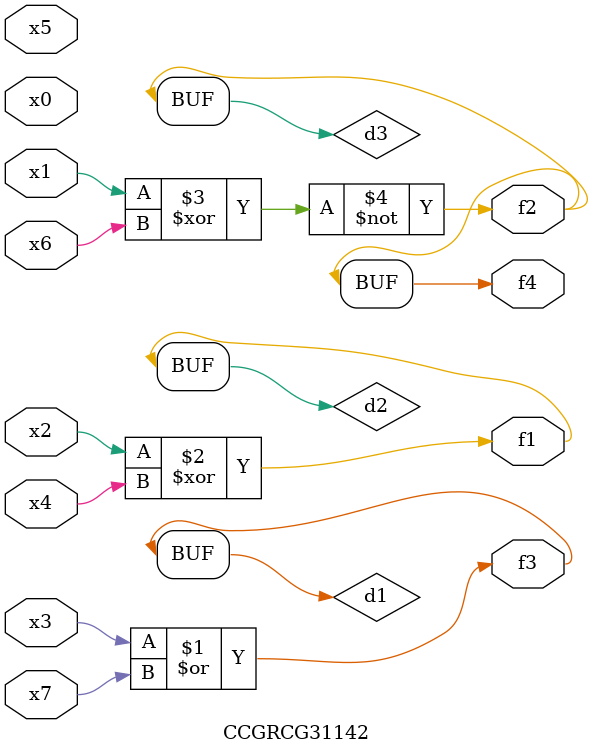
<source format=v>
module CCGRCG31142(
	input x0, x1, x2, x3, x4, x5, x6, x7,
	output f1, f2, f3, f4
);

	wire d1, d2, d3;

	or (d1, x3, x7);
	xor (d2, x2, x4);
	xnor (d3, x1, x6);
	assign f1 = d2;
	assign f2 = d3;
	assign f3 = d1;
	assign f4 = d3;
endmodule

</source>
